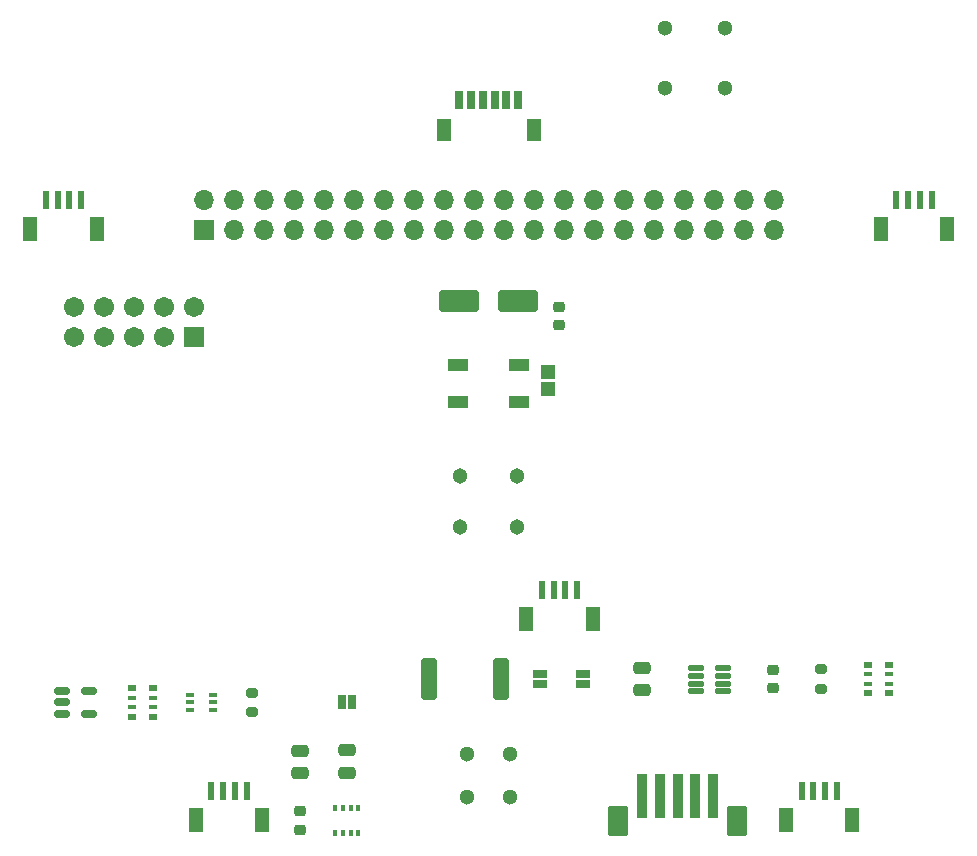
<source format=gbr>
%TF.GenerationSoftware,KiCad,Pcbnew,9.0.2*%
%TF.CreationDate,2025-09-25T16:22:03-05:00*%
%TF.ProjectId,dreamV1_0,64726561-6d56-4315-9f30-2e6b69636164,1*%
%TF.SameCoordinates,Original*%
%TF.FileFunction,Soldermask,Top*%
%TF.FilePolarity,Negative*%
%FSLAX46Y46*%
G04 Gerber Fmt 4.6, Leading zero omitted, Abs format (unit mm)*
G04 Created by KiCad (PCBNEW 9.0.2) date 2025-09-25 16:22:03*
%MOMM*%
%LPD*%
G01*
G04 APERTURE LIST*
G04 Aperture macros list*
%AMRoundRect*
0 Rectangle with rounded corners*
0 $1 Rounding radius*
0 $2 $3 $4 $5 $6 $7 $8 $9 X,Y pos of 4 corners*
0 Add a 4 corners polygon primitive as box body*
4,1,4,$2,$3,$4,$5,$6,$7,$8,$9,$2,$3,0*
0 Add four circle primitives for the rounded corners*
1,1,$1+$1,$2,$3*
1,1,$1+$1,$4,$5*
1,1,$1+$1,$6,$7*
1,1,$1+$1,$8,$9*
0 Add four rect primitives between the rounded corners*
20,1,$1+$1,$2,$3,$4,$5,0*
20,1,$1+$1,$4,$5,$6,$7,0*
20,1,$1+$1,$6,$7,$8,$9,0*
20,1,$1+$1,$8,$9,$2,$3,0*%
G04 Aperture macros list end*
%ADD10RoundRect,0.102000X0.350000X1.800000X-0.350000X1.800000X-0.350000X-1.800000X0.350000X-1.800000X0*%
%ADD11RoundRect,0.102000X0.750000X1.150000X-0.750000X1.150000X-0.750000X-1.150000X0.750000X-1.150000X0*%
%ADD12R,1.270000X0.635000*%
%ADD13RoundRect,0.150000X-0.512500X-0.150000X0.512500X-0.150000X0.512500X0.150000X-0.512500X0.150000X0*%
%ADD14R,0.350000X0.500000*%
%ADD15RoundRect,0.225000X0.250000X-0.225000X0.250000X0.225000X-0.250000X0.225000X-0.250000X-0.225000X0*%
%ADD16R,0.600000X1.550000*%
%ADD17R,1.200000X2.000000*%
%ADD18RoundRect,0.200000X0.275000X-0.200000X0.275000X0.200000X-0.275000X0.200000X-0.275000X-0.200000X0*%
%ADD19R,0.660400X1.549400*%
%ADD20R,1.193800X1.854200*%
%ADD21RoundRect,0.250000X-0.475000X0.250000X-0.475000X-0.250000X0.475000X-0.250000X0.475000X0.250000X0*%
%ADD22RoundRect,0.100000X-0.225000X-0.100000X0.225000X-0.100000X0.225000X0.100000X-0.225000X0.100000X0*%
%ADD23RoundRect,0.125000X-0.537500X-0.125000X0.537500X-0.125000X0.537500X0.125000X-0.537500X0.125000X0*%
%ADD24R,0.800000X0.500000*%
%ADD25R,0.800000X0.400000*%
%ADD26RoundRect,0.102000X-0.754000X-0.754000X0.754000X-0.754000X0.754000X0.754000X-0.754000X0.754000X0*%
%ADD27C,1.712000*%
%ADD28C,1.300000*%
%ADD29R,0.635000X1.270000*%
%ADD30R,1.651000X1.000000*%
%ADD31RoundRect,0.102000X0.510000X-0.520000X0.510000X0.520000X-0.510000X0.520000X-0.510000X-0.520000X0*%
%ADD32RoundRect,0.102000X0.535000X1.635000X-0.535000X1.635000X-0.535000X-1.635000X0.535000X-1.635000X0*%
%ADD33RoundRect,0.225000X-0.250000X0.225000X-0.250000X-0.225000X0.250000X-0.225000X0.250000X0.225000X0*%
%ADD34RoundRect,0.223000X-1.479000X-0.669000X1.479000X-0.669000X1.479000X0.669000X-1.479000X0.669000X0*%
%ADD35R,1.700000X1.700000*%
%ADD36O,1.700000X1.700000*%
%ADD37C,1.304000*%
G04 APERTURE END LIST*
D10*
%TO.C,J3*%
X9000000Y-24950000D03*
X7500000Y-24950000D03*
X6000000Y-24950000D03*
X4500000Y-24950000D03*
X3000000Y-24950000D03*
D11*
X11050000Y-27000000D03*
X950000Y-27000000D03*
%TD*%
D12*
%TO.C,JP3*%
X-2000000Y-15406400D03*
X-2000000Y-14593600D03*
%TD*%
D13*
%TO.C,U1*%
X-46137500Y-16050000D03*
X-46137500Y-17000000D03*
X-46137500Y-17950000D03*
X-43862500Y-17950000D03*
X-43862500Y-16050000D03*
%TD*%
D14*
%TO.C,U2*%
X-22975000Y-25975000D03*
X-22325000Y-25975000D03*
X-21675000Y-25975000D03*
X-21025000Y-25975000D03*
X-21025000Y-28025000D03*
X-21675000Y-28025000D03*
X-22325000Y-28025000D03*
X-22975000Y-28025000D03*
%TD*%
D15*
%TO.C,C6*%
X-4000000Y14938950D03*
X-4000000Y16488950D03*
%TD*%
D16*
%TO.C,J4*%
X19500000Y-24489000D03*
X18500000Y-24489000D03*
X17500000Y-24489000D03*
X16500000Y-24489000D03*
D17*
X20800000Y-26914000D03*
X15200000Y-26914000D03*
%TD*%
D18*
%TO.C,R2*%
X-30000000Y-17825000D03*
X-30000000Y-16175000D03*
%TD*%
D19*
%TO.C,J7*%
X-7500000Y34000000D03*
X-8500000Y34000000D03*
X-9500001Y34000000D03*
X-10499999Y34000000D03*
X-11500000Y34000000D03*
X-12500000Y34000000D03*
D20*
X-13800000Y31474986D03*
X-6200000Y31474986D03*
%TD*%
D21*
%TO.C,C4*%
X3000000Y-14050000D03*
X3000000Y-15950000D03*
%TD*%
D22*
%TO.C,Q1*%
X-35253333Y-16350000D03*
X-35253333Y-17000000D03*
X-35253333Y-17650000D03*
X-33353333Y-17650000D03*
X-33353333Y-17000000D03*
X-33353333Y-16350000D03*
%TD*%
D23*
%TO.C,U3*%
X7530000Y-14100000D03*
X7530000Y-14750000D03*
X7530000Y-15400000D03*
X7530000Y-16050000D03*
X9805000Y-16050000D03*
X9805000Y-15400000D03*
X9805000Y-14750000D03*
X9805000Y-14100000D03*
%TD*%
D16*
%TO.C,J2*%
X-30500000Y-24489000D03*
X-31500000Y-24489000D03*
X-32500000Y-24489000D03*
X-33500000Y-24489000D03*
D17*
X-29200000Y-26914000D03*
X-34800000Y-26914000D03*
%TD*%
D24*
%TO.C,R5*%
X22100000Y-13800000D03*
D25*
X22100000Y-14600000D03*
X22100000Y-15400000D03*
D24*
X22100000Y-16200000D03*
X23900000Y-16200000D03*
D25*
X23900000Y-15400000D03*
X23900000Y-14600000D03*
D24*
X23900000Y-13800000D03*
%TD*%
D26*
%TO.C,J5*%
X-34920000Y13980000D03*
D27*
X-34920000Y16520000D03*
X-37460000Y13980000D03*
X-37460000Y16520000D03*
X-40000000Y13980000D03*
X-40000000Y16520000D03*
X-42540000Y13980000D03*
X-42540000Y16520000D03*
X-45080000Y13980000D03*
X-45080000Y16520000D03*
%TD*%
D28*
%TO.C,S1*%
X10000000Y35000000D03*
X10000000Y40080000D03*
X4920000Y35000000D03*
X4920000Y40080000D03*
%TD*%
D29*
%TO.C,JP1*%
X-22406400Y-17000000D03*
X-21593600Y-17000000D03*
%TD*%
D28*
%TO.C,IC1*%
X-8200000Y-25000000D03*
X-8200000Y-21400000D03*
X-11800000Y-21400000D03*
X-11800000Y-25000000D03*
%TD*%
D30*
%TO.C,D1*%
X-7423000Y8400000D03*
X-7423000Y11600000D03*
X-12577000Y11600000D03*
X-12577000Y8400000D03*
%TD*%
D12*
%TO.C,JP2*%
X-5613600Y-15406400D03*
X-5613600Y-14593600D03*
%TD*%
D16*
%TO.C,J9*%
X27500000Y25511000D03*
X26500000Y25511000D03*
X25500000Y25511000D03*
X24500000Y25511000D03*
D17*
X28800000Y23086000D03*
X23200000Y23086000D03*
%TD*%
D24*
%TO.C,R1*%
X-40226667Y-15800000D03*
D25*
X-40226667Y-16600000D03*
X-40226667Y-17400000D03*
D24*
X-40226667Y-18200000D03*
X-38426667Y-18200000D03*
D25*
X-38426667Y-17400000D03*
X-38426667Y-16600000D03*
D24*
X-38426667Y-15800000D03*
%TD*%
D31*
%TO.C,R8*%
X-5000000Y9530000D03*
X-5000000Y11000000D03*
%TD*%
D21*
%TO.C,C2*%
X-26000000Y-21100000D03*
X-26000000Y-23000000D03*
%TD*%
%TO.C,C3*%
X-22000000Y-21050000D03*
X-22000000Y-22950000D03*
%TD*%
D32*
%TO.C,R4*%
X-8945000Y-15000000D03*
X-15055000Y-15000000D03*
%TD*%
D33*
%TO.C,C5*%
X14085000Y-14225000D03*
X14085000Y-15775000D03*
%TD*%
D18*
%TO.C,R3*%
X18182500Y-15825000D03*
X18182500Y-14175000D03*
%TD*%
D16*
%TO.C,J6*%
X-44500000Y25511000D03*
X-45500000Y25511000D03*
X-46500000Y25511000D03*
X-47500000Y25511000D03*
D17*
X-43200000Y23086000D03*
X-48800000Y23086000D03*
%TD*%
D34*
%TO.C,C7*%
X-7505000Y17000000D03*
X-12495000Y17000000D03*
%TD*%
D15*
%TO.C,C1*%
X-26000000Y-27775000D03*
X-26000000Y-26225000D03*
%TD*%
D16*
%TO.C,J8*%
X-2500000Y-7489000D03*
X-3500000Y-7489000D03*
X-4500000Y-7489000D03*
X-5500000Y-7489000D03*
D17*
X-1200000Y-9914000D03*
X-6800000Y-9914000D03*
%TD*%
D35*
%TO.C,J1*%
X-34100000Y23000000D03*
D36*
X-34100000Y25540000D03*
X-31560000Y23000000D03*
X-31560000Y25540000D03*
X-29020000Y23000000D03*
X-29020000Y25540000D03*
X-26480000Y23000000D03*
X-26480000Y25540000D03*
X-23940000Y23000000D03*
X-23940000Y25540000D03*
X-21400000Y23000000D03*
X-21400000Y25540000D03*
X-18860000Y23000000D03*
X-18860000Y25540000D03*
X-16320000Y23000000D03*
X-16320000Y25540000D03*
X-13780000Y23000000D03*
X-13780000Y25540000D03*
X-11240000Y23000000D03*
X-11240000Y25540000D03*
X-8700000Y23000000D03*
X-8700000Y25540000D03*
X-6160000Y23000000D03*
X-6160000Y25540000D03*
X-3620000Y23000000D03*
X-3620000Y25540000D03*
X-1080000Y23000000D03*
X-1080000Y25540000D03*
X1460000Y23000000D03*
X1460000Y25540000D03*
X4000000Y23000000D03*
X4000000Y25540000D03*
X6540000Y23000000D03*
X6540000Y25540000D03*
X9080000Y23000000D03*
X9080000Y25540000D03*
X11620000Y23000000D03*
X11620000Y25540000D03*
X14160000Y23000000D03*
X14160000Y25540000D03*
%TD*%
D37*
%TO.C,J11*%
X-7600000Y2150000D03*
X-12400000Y2150000D03*
X-7600000Y-2150000D03*
X-12400000Y-2150000D03*
%TD*%
M02*

</source>
